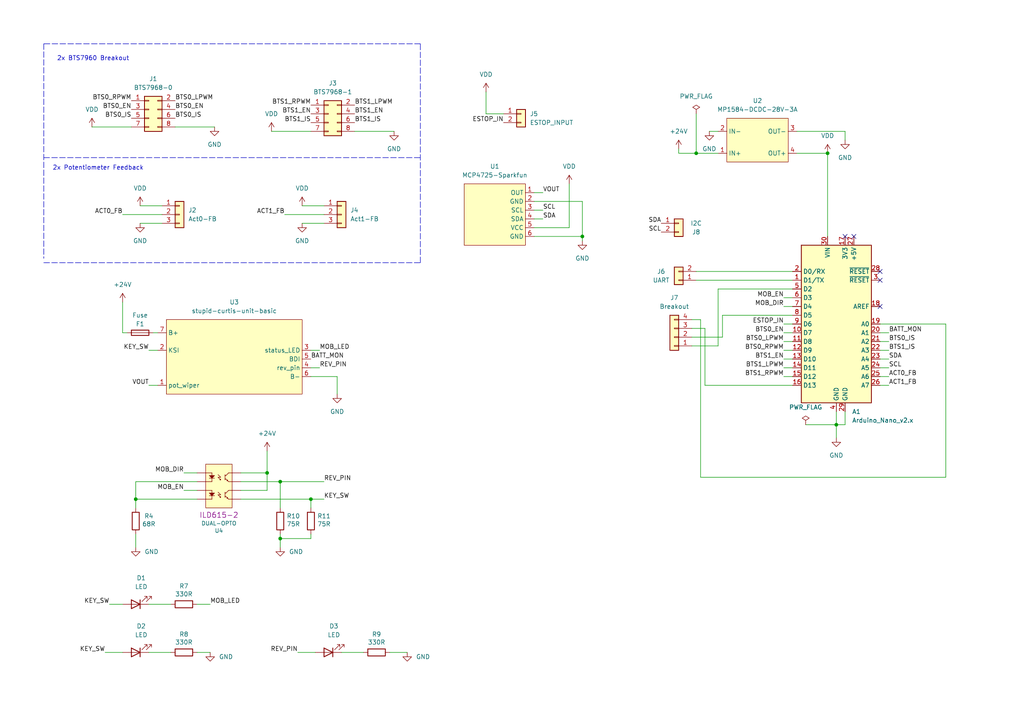
<source format=kicad_sch>
(kicad_sch (version 20211123) (generator eeschema)
  (paper "A4")
  (title_block (title "Arduino Board Version 2") (date "2022-03-04") (rev "0"))
  (lib_symbols
    (symbol "Connector_Generic:Conn_01x02" (pin_names (offset 1.016) hide)
      (property "Reference" "J" (at 0 2.54 0))
      (property "Value" "Conn_01x02" (at 0 -5.08 0))
      (symbol "Conn_01x02_1_1"
        (rectangle (start -1.27 -2.413) (end 0 -2.667) (stroke (width 0.1524)))
        (rectangle (start -1.27 0.127) (end 0 -0.127) (stroke (width 0.1524)))
        (rectangle (start -1.27 1.27) (end 1.27 -3.81) (stroke (width 0.254)) (fill (type background)))
        (pin passive line (at -5.08 0 0) (length 3.81) (name "Pin_1") (number "1"))
        (pin passive line (at -5.08 -2.54 0) (length 3.81) (name "Pin_2") (number "2"))
      )
    )
    (symbol "Connector_Generic:Conn_01x03" (pin_names (offset 1.016) hide)
      (property "Reference" "J" (at 0 5.08 0))
      (property "Value" "Conn_01x03" (at 0 -5.08 0))
      (symbol "Conn_01x03_1_1"
        (rectangle (start -1.27 -2.413) (end 0 -2.667) (stroke (width 0.1524)))
        (rectangle (start -1.27 0.127) (end 0 -0.127) (stroke (width 0.1524)))
        (rectangle (start -1.27 2.667) (end 0 2.413) (stroke (width 0.1524)))
        (rectangle (start -1.27 3.81) (end 1.27 -3.81) (stroke (width 0.254)) (fill (type background)))
        (pin passive line (at -5.08 2.54 0) (length 3.81) (name "Pin_1") (number "1"))
        (pin passive line (at -5.08 0 0) (length 3.81) (name "Pin_2") (number "2"))
        (pin passive line (at -5.08 -2.54 0) (length 3.81) (name "Pin_3") (number "3"))
      )
    )
    (symbol "Connector_Generic:Conn_01x04" (pin_names (offset 1.016) hide)
      (property "Reference" "J" (at 0 5.08 0))
      (property "Value" "Conn_01x04" (at 0 -7.62 0))
      (symbol "Conn_01x04_1_1"
        (rectangle (start -1.27 -4.953) (end 0 -5.207) (stroke (width 0.1524)))
        (rectangle (start -1.27 -2.413) (end 0 -2.667) (stroke (width 0.1524)))
        (rectangle (start -1.27 0.127) (end 0 -0.127) (stroke (width 0.1524)))
        (rectangle (start -1.27 2.667) (end 0 2.413) (stroke (width 0.1524)))
        (rectangle (start -1.27 3.81) (end 1.27 -6.35) (stroke (width 0.254)) (fill (type background)))
        (pin passive line (at -5.08 2.54 0) (length 3.81) (name "Pin_1") (number "1"))
        (pin passive line (at -5.08 0 0) (length 3.81) (name "Pin_2") (number "2"))
        (pin passive line (at -5.08 -2.54 0) (length 3.81) (name "Pin_3") (number "3"))
        (pin passive line (at -5.08 -5.08 0) (length 3.81) (name "Pin_4") (number "4"))
      )
    )
    (symbol "Connector_Generic:Conn_02x04_Odd_Even" (pin_names (offset 1.016) hide)
      (property "Reference" "J" (at 1.27 5.08 0))
      (property "Value" "Conn_02x04_Odd_Even" (at 1.27 -7.62 0))
      (symbol "Conn_02x04_Odd_Even_1_1"
        (rectangle (start -1.27 -4.953) (end 0 -5.207) (stroke (width 0.1524)))
        (rectangle (start -1.27 -2.413) (end 0 -2.667) (stroke (width 0.1524)))
        (rectangle (start -1.27 0.127) (end 0 -0.127) (stroke (width 0.1524)))
        (rectangle (start -1.27 2.667) (end 0 2.413) (stroke (width 0.1524)))
        (rectangle (start -1.27 3.81) (end 3.81 -6.35) (stroke (width 0.254)) (fill (type background)))
        (rectangle (start 3.81 -4.953) (end 2.54 -5.207) (stroke (width 0.1524)))
        (rectangle (start 3.81 -2.413) (end 2.54 -2.667) (stroke (width 0.1524)))
        (rectangle (start 3.81 0.127) (end 2.54 -0.127) (stroke (width 0.1524)))
        (rectangle (start 3.81 2.667) (end 2.54 2.413) (stroke (width 0.1524)))
        (pin passive line (at -5.08 2.54 0) (length 3.81) (name "Pin_1") (number "1"))
        (pin passive line (at 7.62 2.54 180) (length 3.81) (name "Pin_2") (number "2"))
        (pin passive line (at -5.08 0 0) (length 3.81) (name "Pin_3") (number "3"))
        (pin passive line (at 7.62 0 180) (length 3.81) (name "Pin_4") (number "4"))
        (pin passive line (at -5.08 -2.54 0) (length 3.81) (name "Pin_5") (number "5"))
        (pin passive line (at 7.62 -2.54 180) (length 3.81) (name "Pin_6") (number "6"))
        (pin passive line (at -5.08 -5.08 0) (length 3.81) (name "Pin_7") (number "7"))
        (pin passive line (at 7.62 -5.08 180) (length 3.81) (name "Pin_8") (number "8"))
      )
    )
    (symbol "Device:Fuse" (pin_numbers hide) (pin_names (offset 0))
      (property "Reference" "F" (at 2.032 0 90))
      (property "Value" "Fuse" (at -1.905 0 90))
      (symbol "Fuse_0_1"
        (rectangle (start -0.762 -2.54) (end 0.762 2.54) (stroke (width 0.254)))
        (polyline (pts (xy 0 2.54) (xy 0 -2.54)))
      )
      (symbol "Fuse_1_1"
        (pin passive line (at 0 3.81 270) (length 1.27) (name "~") (number "1"))
        (pin passive line (at 0 -3.81 90) (length 1.27) (name "~") (number "2"))
      )
    )
    (symbol "Device:LED" (pin_numbers hide) (pin_names (offset 1.016) hide)
      (property "Reference" "D" (at 0 2.54 0))
      (property "Value" "LED" (at 0 -2.54 0))
      (symbol "LED_0_1"
        (polyline (pts (xy -1.27 -1.27) (xy -1.27 1.27)) (stroke (width 0.254)))
        (polyline (pts (xy -1.27 0) (xy 1.27 0)))
        (polyline (pts (xy 1.27 -1.27) (xy 1.27 1.27) (xy -1.27 0) (xy 1.27 -1.27)) (stroke (width 0.254)))
        (polyline (pts (xy -3.048 -0.762) (xy -4.572 -2.286) (xy -3.81 -2.286) (xy -4.572 -2.286) (xy -4.572 -1.524)))
        (polyline (pts (xy -1.778 -0.762) (xy -3.302 -2.286) (xy -2.54 -2.286) (xy -3.302 -2.286) (xy -3.302 -1.524)))
      )
      (symbol "LED_1_1"
        (pin passive line (at -3.81 0 0) (length 2.54) (name "K") (number "1"))
        (pin passive line (at 3.81 0 180) (length 2.54) (name "A") (number "2"))
      )
    )
    (symbol "Device:R" (pin_numbers hide) (pin_names (offset 0))
      (property "Reference" "R" (at 2.032 0 90))
      (property "Value" "R" (at 0 0 90))
      (symbol "R_0_1"
        (rectangle (start -1.016 -2.54) (end 1.016 2.54) (stroke (width 0.254)))
      )
      (symbol "R_1_1"
        (pin passive line (at 0 3.81 270) (length 1.27) (name "~") (number "1"))
        (pin passive line (at 0 -3.81 90) (length 1.27) (name "~") (number "2"))
      )
    )
    (symbol "SparkFun-DiscreteSemi:DUAL-OPTOISOLATOR_SOIC8" (pin_numbers hide) (pin_names (offset 1.016) hide)
      (property "Reference" "U" (at -5.08 8.89 0))
      (property "Value" "SparkFun-DiscreteSemi_DUAL-OPTOISOLATOR_SOIC8" (at -5.08 -7.62 0))
      (property "Field4" "IC-09076" (at 0 12.7 0))
      (symbol "DUAL-OPTOISOLATOR_SOIC8_1_0"
        (polyline (pts (xy -5.08 0) (xy -3.302 0)))
        (polyline (pts (xy -5.08 5.08) (xy -3.302 5.08)))
        (polyline (pts (xy -3.302 -2.54) (xy -5.08 -2.54)))
        (polyline (pts (xy -3.302 -1.524) (xy -4.064 -1.524)))
        (polyline (pts (xy -3.302 -1.524) (xy -3.302 -2.54)))
        (polyline (pts (xy -3.302 0) (xy -3.302 -0.762)))
        (polyline (pts (xy -3.302 2.54) (xy -5.08 2.54)))
        (polyline (pts (xy -3.302 3.556) (xy -4.064 3.556)))
        (polyline (pts (xy -3.302 3.556) (xy -3.302 2.54)))
        (polyline (pts (xy -3.302 5.08) (xy -3.302 4.318)))
        (polyline (pts (xy -2.54 -1.524) (xy -3.302 -1.524)))
        (polyline (pts (xy -2.54 3.556) (xy -3.302 3.556)))
        (polyline (pts (xy -1.524 -1.27) (xy -0.762 -2.032)))
        (polyline (pts (xy -1.524 -0.508) (xy -0.762 -1.27)))
        (polyline (pts (xy -1.524 3.81) (xy -0.762 3.048)))
        (polyline (pts (xy -1.524 4.572) (xy -0.762 3.81)))
        (polyline (pts (xy -0.762 -1.27) (xy -1.524 -1.27)))
        (polyline (pts (xy -0.762 3.81) (xy -1.524 3.81)))
        (polyline (pts (xy 0.508 -1.778) (xy 0.508 -2.032)))
        (polyline (pts (xy 0.508 -1.778) (xy 0.762 -1.778)))
        (polyline (pts (xy 0.508 -0.762) (xy 0.508 -1.778)))
        (polyline (pts (xy 0.508 -0.762) (xy 0.762 -0.762)))
        (polyline (pts (xy 0.508 -0.508) (xy 0.508 -0.762)))
        (polyline (pts (xy 0.508 3.302) (xy 0.508 3.048)))
        (polyline (pts (xy 0.508 3.302) (xy 0.762 3.302)))
        (polyline (pts (xy 0.508 4.318) (xy 0.508 3.302)))
        (polyline (pts (xy 0.508 4.318) (xy 0.762 4.318)))
        (polyline (pts (xy 0.508 4.572) (xy 0.508 4.318)))
        (polyline (pts (xy 0.762 -1.778) (xy 1.27 -2.286)))
        (polyline (pts (xy 0.762 -0.762) (xy 1.524 0)))
        (polyline (pts (xy 0.762 3.302) (xy 1.27 2.794)))
        (polyline (pts (xy 0.762 4.318) (xy 1.524 5.08)))
        (polyline (pts (xy 1.27 -2.286) (xy 1.524 -2.54)))
        (polyline (pts (xy 1.27 2.794) (xy 1.524 2.54)))
        (polyline (pts (xy 1.524 -2.54) (xy 2.54 -2.54)))
        (polyline (pts (xy 1.524 0) (xy 2.54 0)))
        (polyline (pts (xy 1.524 2.54) (xy 2.54 2.54)))
        (polyline (pts (xy 1.524 5.08) (xy 2.54 5.08)))
      )
      (symbol "DUAL-OPTOISOLATOR_SOIC8_1_1"
        (polyline (pts (xy -0.762 -2.032) (xy -0.762 -1.778) (xy -1.016 -2.032) (xy -0.762 -2.032)) (fill (type background)))
        (polyline (pts (xy -0.762 3.048) (xy -0.762 3.302) (xy -1.016 3.048) (xy -0.762 3.048)) (fill (type background)))
        (polyline (pts (xy 1.27 -2.286) (xy 1.27 -2.032) (xy 1.016 -2.286) (xy 1.27 -2.286)) (fill (type background)))
        (polyline (pts (xy 1.27 2.794) (xy 1.27 3.048) (xy 1.016 2.794) (xy 1.27 2.794)) (fill (type background)))
        (polyline (pts (xy -4.064 -0.762) (xy -2.54 -0.762) (xy -2.54 -0.762) (xy -3.302 -1.524) (xy -3.302 -1.524) (xy -4.064 -0.762)) (fill (type outline)))
        (polyline (pts (xy -4.064 4.318) (xy -2.54 4.318) (xy -2.54 4.318) (xy -3.302 3.556) (xy -3.302 3.556) (xy -4.064 4.318)) (fill (type outline)))
        (polyline (pts (xy -5.08 7.62) (xy 2.54 7.62) (xy 2.54 5.08) (xy 2.54 2.54) (xy 2.54 0) (xy 2.54 -2.54) (xy 2.54 -5.08) (xy -5.08 -5.08) (xy -5.08 -2.54) (xy -5.08 0) (xy -5.08 2.54) (xy -5.08 5.08) (xy -5.08 7.62)) (fill (type background)))
        (pin bidirectional line (at -7.62 5.08 0) (length 2.54) (name "A1") (number "1"))
        (pin bidirectional line (at -7.62 2.54 0) (length 2.54) (name "C1") (number "2"))
        (pin bidirectional line (at -7.62 0 0) (length 2.54) (name "A2") (number "3"))
        (pin bidirectional line (at -7.62 -2.54 0) (length 2.54) (name "C2") (number "4"))
        (pin bidirectional line (at 5.08 -2.54 180) (length 2.54) (name "EM2") (number "5"))
        (pin bidirectional line (at 5.08 0 180) (length 2.54) (name "CL2") (number "6"))
        (pin bidirectional line (at 5.08 2.54 180) (length 2.54) (name "EM1") (number "7"))
        (pin bidirectional line (at 5.08 5.08 180) (length 2.54) (name "CL1") (number "8"))
      )
    )
    (symbol "power:+24V" (power) (pin_names (offset 0))
      (property "Value" "+24V" (at 0 3.556 0))
      (symbol "+24V_0_1"
        (polyline (pts (xy -0.762 1.27) (xy 0 2.54)))
        (polyline (pts (xy 0 0) (xy 0 2.54)))
        (polyline (pts (xy 0 2.54) (xy 0.762 1.27)))
      )
      (symbol "+24V_1_1"
        (pin power_in line (at 0 0 90) (length 0) hide (name "+24V") (number "1"))
      )
    )
    (symbol "power:GND" (power) (pin_names (offset 0))
      (property "Value" "GND" (at 0 -3.81 0))
      (symbol "GND_0_1"
        (polyline (pts (xy 0 0) (xy 0 -1.27) (xy 1.27 -1.27) (xy 0 -2.54) (xy -1.27 -1.27) (xy 0 -1.27)))
      )
      (symbol "GND_1_1"
        (pin power_in line (at 0 0 270) (length 0) hide (name "GND") (number "1"))
      )
    )
    (symbol "power:PWR_FLAG" (power) (pin_numbers hide) (pin_names (offset 0) hide)
      (property "Value" "PWR_FLAG" (at 0 3.81 0))
      (symbol "PWR_FLAG_0_0"
        (pin power_out line (at 0 0 90) (length 0) (name "pwr") (number "1"))
      )
      (symbol "PWR_FLAG_0_1"
        (polyline (pts (xy 0 0) (xy 0 1.27) (xy -1.016 1.905) (xy 0 2.54) (xy 1.016 1.905) (xy 0 1.27)))
      )
    )
    (symbol "power:VDD" (power) (pin_names (offset 0))
      (property "Value" "VDD" (at 0 3.81 0))
      (symbol "VDD_0_1"
        (polyline (pts (xy -0.762 1.27) (xy 0 2.54)))
        (polyline (pts (xy 0 0) (xy 0 2.54)))
        (polyline (pts (xy 0 2.54) (xy 0.762 1.27)))
      )
      (symbol "VDD_1_1"
        (pin power_in line (at 0 0 90) (length 0) hide (name "VDD") (number "1"))
      )
    )
    (symbol "stupid-electronics-components-library:Arduino_Nano_v2.x"
      (property "Reference" "A" (at -10.16 23.495 0))
      (property "Value" "Arduino_Nano_v2.x" (at 5.08 -24.13 0))
      (symbol "Arduino_Nano_v2.x_0_1"
        (rectangle (start -10.16 22.86) (end 10.16 -22.86) (stroke (width 0.254)) (fill (type background)))
      )
      (symbol "Arduino_Nano_v2.x_1_1"
        (pin bidirectional line (at -12.7 12.7 0) (length 2.54) (name "D1/TX") (number "1"))
        (pin bidirectional line (at -12.7 -2.54 0) (length 2.54) (name "D7") (number "10"))
        (pin bidirectional line (at -12.7 -5.08 0) (length 2.54) (name "D8") (number "11"))
        (pin bidirectional line (at -12.7 -7.62 0) (length 2.54) (name "D9") (number "12"))
        (pin bidirectional line (at -12.7 -10.16 0) (length 2.54) (name "D10") (number "13"))
        (pin bidirectional line (at -12.7 -12.7 0) (length 2.54) (name "D11") (number "14"))
        (pin bidirectional line (at -12.7 -15.24 0) (length 2.54) (name "D12") (number "15"))
        (pin bidirectional line (at -12.7 -17.78 0) (length 2.54) (name "D13") (number "16"))
        (pin power_out line (at 2.54 25.4 270) (length 2.54) (name "3V3") (number "17"))
        (pin input line (at 12.7 5.08 180) (length 2.54) (name "AREF") (number "18"))
        (pin bidirectional line (at 12.7 0 180) (length 2.54) (name "A0") (number "19"))
        (pin bidirectional line (at -12.7 15.24 0) (length 2.54) (name "D0/RX") (number "2"))
        (pin bidirectional line (at 12.7 -2.54 180) (length 2.54) (name "A1") (number "20"))
        (pin bidirectional line (at 12.7 -5.08 180) (length 2.54) (name "A2") (number "21"))
        (pin bidirectional line (at 12.7 -7.62 180) (length 2.54) (name "A3") (number "22"))
        (pin bidirectional line (at 12.7 -10.16 180) (length 2.54) (name "A4") (number "23"))
        (pin bidirectional line (at 12.7 -12.7 180) (length 2.54) (name "A5") (number "24"))
        (pin bidirectional line (at 12.7 -15.24 180) (length 2.54) (name "A6") (number "25"))
        (pin bidirectional line (at 12.7 -17.78 180) (length 2.54) (name "A7") (number "26"))
        (pin power_out line (at 5.08 25.4 270) (length 2.54) (name "+5V") (number "27"))
        (pin input line (at 12.7 15.24 180) (length 2.54) (name "~{RESET}") (number "28"))
        (pin power_in line (at 2.54 -25.4 90) (length 2.54) (name "GND") (number "29"))
        (pin input line (at 12.7 12.7 180) (length 2.54) (name "~{RESET}") (number "3"))
        (pin power_in line (at -2.54 25.4 270) (length 2.54) (name "VIN") (number "30"))
        (pin power_in line (at 0 -25.4 90) (length 2.54) (name "GND") (number "4"))
        (pin bidirectional line (at -12.7 10.16 0) (length 2.54) (name "D2") (number "5"))
        (pin bidirectional line (at -12.7 7.62 0) (length 2.54) (name "D3") (number "6"))
        (pin bidirectional line (at -12.7 5.08 0) (length 2.54) (name "D4") (number "7"))
        (pin bidirectional line (at -12.7 2.54 0) (length 2.54) (name "D5") (number "8"))
        (pin bidirectional line (at -12.7 0 0) (length 2.54) (name "D6") (number "9"))
      )
    )
    (symbol "stupid-electronics-components-library:MCP4725-Sparkfun"
      (property "Reference" "U" (at -10.16 5.08 0))
      (property "Value" "MCP4725-Sparkfun" (at -10.16 2.54 0))
      (symbol "MCP4725-Sparkfun_0_1"
        (rectangle (start -2.54 0) (end -20.32 -17.78) (fill (type background)))
      )
      (symbol "MCP4725-Sparkfun_1_1"
        (pin output line (at 0 -2.54 180) (length 2.54) (name "OUT") (number "1"))
        (pin power_in line (at 0 -5.08 180) (length 2.54) (name "GND") (number "2"))
        (pin input line (at 0 -7.62 180) (length 2.54) (name "SCL") (number "3"))
        (pin input line (at 0 -10.16 180) (length 2.54) (name "SDA") (number "4"))
        (pin power_in line (at 0 -12.7 180) (length 2.54) (name "VCC") (number "5"))
        (pin power_in line (at 0 -15.24 180) (length 2.54) (name "GND") (number "6"))
      )
    )
    (symbol "stupid-electronics-components-library:MP1584-DCDC-28V-3A"
      (property "Reference" "U" (at 0 7.62 0))
      (property "Value" "MP1584-DCDC-28V-3A" (at 0 -8.89 0))
      (symbol "MP1584-DCDC-28V-3A_0_1"
        (rectangle (start -8.89 6.35) (end 8.89 -6.35) (fill (type background)))
      )
      (symbol "MP1584-DCDC-28V-3A_1_1"
        (pin power_in line (at -11.43 -3.81 0) (length 2.54) (name "IN+") (number "1"))
        (pin power_in line (at -11.43 2.54 0) (length 2.54) (name "IN-") (number "2"))
        (pin power_in line (at 11.43 2.54 180) (length 2.54) (name "OUT-") (number "3"))
        (pin power_out line (at 11.43 -3.81 180) (length 2.54) (name "OUT+") (number "4"))
      )
    )
    (symbol "stupid-electronics-components-library:stupid-curtis-unit-basic"
      (property "Reference" "U" (at -13.97 15.24 0))
      (property "Value" "stupid-curtis-unit-basic" (at 0 11.43 0))
      (symbol "stupid-curtis-unit-basic_0_1"
        (rectangle (start -19.05 12.7) (end 20.32 -8.89) (fill (type background)))
      )
      (symbol "stupid-curtis-unit-basic_1_1"
        (pin input line (at -21.59 -6.35 0) (length 2.54) (name "pot_wiper") (number "1"))
        (pin input line (at -21.59 3.81 0) (length 2.54) (name "KSI") (number "2"))
        (pin open_collector line (at 22.86 3.81 180) (length 2.54) (name "status_LED") (number "3"))
        (pin input line (at 22.86 -1.27 180) (length 2.54) (name "rev_pin") (number "4"))
        (pin output line (at 22.86 1.27 180) (length 2.54) (name "BDI") (number "5"))
        (pin power_in line (at 22.86 -3.81 180) (length 2.54) (name "B-") (number "6"))
        (pin power_out line (at -21.59 8.89 0) (length 2.54) (name "B+") (number "7"))
      )
    )
  )
  (junction (at 81.28 139.7))
  (junction (at 77.47 137.16))
  (junction (at 201.93 44.45))
  (junction (at 39.37 144.78))
  (junction (at 90.17 144.78))
  (junction (at 240.03 44.45))
  (junction (at 81.28 156.21))
  (junction (at 242.57 123.19))
  (junction (at 168.91 68.58))
  (no_connect (at 247.65 68.58))
  (no_connect (at 245.11 68.58))
  (no_connect (at 255.27 88.9))
  (no_connect (at 255.27 81.28))
  (no_connect (at 255.27 78.74))
  (wire (pts (xy 209.55 91.44) (xy 209.55 97.79)))
  (wire (pts (xy 57.15 175.26) (xy 60.96 175.26)))
  (wire (pts (xy 87.63 64.77) (xy 93.98 64.77)))
  (wire (pts (xy 90.17 156.21) (xy 81.28 156.21)))
  (wire (pts (xy 57.15 189.23) (xy 60.96 189.23)))
  (wire (pts (xy 205.74 38.1) (xy 208.28 38.1)))
  (wire (pts (xy 255.27 99.06) (xy 257.81 99.06)))
  (wire (pts (xy 229.87 83.82) (xy 208.28 83.82)))
  (wire (pts (xy 57.15 142.24) (xy 53.34 142.24)))
  (wire (pts (xy 53.34 137.16) (xy 57.15 137.16)))
  (wire (pts (xy 168.91 58.42) (xy 168.91 68.58)))
  (wire (pts (xy 201.93 78.74) (xy 229.87 78.74)))
  (wire (pts (xy 45.72 96.52) (xy 44.45 96.52)))
  (wire (pts (xy 201.93 81.28) (xy 229.87 81.28)))
  (wire (pts (xy 200.66 97.79) (xy 209.55 97.79)))
  (wire (pts (xy 196.85 44.45) (xy 196.85 43.18)))
  (polyline (pts (xy 12.7 45.72) (xy 121.92 45.72)))
  (wire (pts (xy 81.28 139.7) (xy 69.85 139.7)))
  (wire (pts (xy 87.63 59.69) (xy 93.98 59.69)))
  (wire (pts (xy 208.28 44.45) (xy 201.93 44.45)))
  (wire (pts (xy 77.47 142.24) (xy 77.47 137.16)))
  (wire (pts (xy 209.55 91.44) (xy 229.87 91.44)))
  (wire (pts (xy 274.32 93.98) (xy 274.32 138.43)))
  (wire (pts (xy 30.48 189.23) (xy 35.56 189.23)))
  (wire (pts (xy 200.66 92.71) (xy 203.2 92.71)))
  (wire (pts (xy 204.47 95.25) (xy 200.66 95.25)))
  (wire (pts (xy 92.71 106.68) (xy 90.17 106.68)))
  (wire (pts (xy 39.37 154.94) (xy 39.37 158.75)))
  (wire (pts (xy 35.56 87.63) (xy 35.56 96.52)))
  (wire (pts (xy 204.47 111.76) (xy 229.87 111.76)))
  (wire (pts (xy 257.81 111.76) (xy 255.27 111.76)))
  (wire (pts (xy 26.67 36.83) (xy 38.1 36.83)))
  (wire (pts (xy 227.33 101.6) (xy 229.87 101.6)))
  (wire (pts (xy 90.17 154.94) (xy 90.17 156.21)))
  (wire (pts (xy 113.03 189.23) (xy 118.11 189.23)))
  (wire (pts (xy 81.28 139.7) (xy 81.28 147.32)))
  (wire (pts (xy 90.17 144.78) (xy 90.17 147.32)))
  (wire (pts (xy 40.64 59.69) (xy 46.99 59.69)))
  (wire (pts (xy 154.94 58.42) (xy 168.91 58.42)))
  (wire (pts (xy 50.8 36.83) (xy 62.23 36.83)))
  (wire (pts (xy 245.11 119.38) (xy 245.11 123.19)))
  (wire (pts (xy 43.18 189.23) (xy 49.53 189.23)))
  (wire (pts (xy 200.66 100.33) (xy 208.28 100.33)))
  (wire (pts (xy 90.17 144.78) (xy 69.85 144.78)))
  (wire (pts (xy 274.32 138.43) (xy 203.2 138.43)))
  (wire (pts (xy 227.33 96.52) (xy 229.87 96.52)))
  (wire (pts (xy 146.05 33.02) (xy 140.97 33.02)))
  (wire (pts (xy 255.27 93.98) (xy 274.32 93.98)))
  (wire (pts (xy 154.94 66.04) (xy 165.1 66.04)))
  (wire (pts (xy 78.74 38.1) (xy 90.17 38.1)))
  (wire (pts (xy 227.33 109.22) (xy 229.87 109.22)))
  (wire (pts (xy 240.03 68.58) (xy 240.03 44.45)))
  (wire (pts (xy 35.56 62.23) (xy 46.99 62.23)))
  (wire (pts (xy 165.1 53.34) (xy 165.1 66.04)))
  (wire (pts (xy 81.28 154.94) (xy 81.28 156.21)))
  (wire (pts (xy 255.27 104.14) (xy 257.81 104.14)))
  (wire (pts (xy 86.36 189.23) (xy 91.44 189.23)))
  (wire (pts (xy 255.27 109.22) (xy 257.81 109.22)))
  (wire (pts (xy 69.85 137.16) (xy 77.47 137.16)))
  (wire (pts (xy 231.14 44.45) (xy 240.03 44.45)))
  (wire (pts (xy 208.28 83.82) (xy 208.28 100.33)))
  (wire (pts (xy 257.81 96.52) (xy 255.27 96.52)))
  (wire (pts (xy 231.14 38.1) (xy 245.11 38.1)))
  (wire (pts (xy 157.48 63.5) (xy 154.94 63.5)))
  (wire (pts (xy 245.11 123.19) (xy 242.57 123.19)))
  (wire (pts (xy 201.93 33.02) (xy 201.93 44.45)))
  (wire (pts (xy 201.93 44.45) (xy 196.85 44.45)))
  (polyline (pts (xy 12.7 76.2) (xy 121.92 76.2)))
  (wire (pts (xy 39.37 144.78) (xy 39.37 139.7)))
  (wire (pts (xy 242.57 123.19) (xy 242.57 127)))
  (wire (pts (xy 157.48 60.96) (xy 154.94 60.96)))
  (wire (pts (xy 43.18 175.26) (xy 49.53 175.26)))
  (wire (pts (xy 105.41 189.23) (xy 99.06 189.23)))
  (polyline (pts (xy 12.7 12.7) (xy 12.7 74.93)))
  (wire (pts (xy 245.11 38.1) (xy 245.11 40.64)))
  (polyline (pts (xy 121.92 12.7) (xy 12.7 12.7)))
  (wire (pts (xy 39.37 144.78) (xy 39.37 147.32)))
  (wire (pts (xy 57.15 144.78) (xy 39.37 144.78)))
  (wire (pts (xy 257.81 106.68) (xy 255.27 106.68)))
  (wire (pts (xy 69.85 142.24) (xy 77.47 142.24)))
  (wire (pts (xy 43.18 111.76) (xy 45.72 111.76)))
  (polyline (pts (xy 121.92 76.2) (xy 121.92 12.7)))
  (wire (pts (xy 35.56 96.52) (xy 36.83 96.52)))
  (wire (pts (xy 233.68 123.19) (xy 242.57 123.19)))
  (wire (pts (xy 157.48 55.88) (xy 154.94 55.88)))
  (wire (pts (xy 40.64 64.77) (xy 46.99 64.77)))
  (wire (pts (xy 168.91 68.58) (xy 168.91 69.85)))
  (wire (pts (xy 81.28 156.21) (xy 81.28 158.75)))
  (wire (pts (xy 203.2 138.43) (xy 203.2 92.71)))
  (wire (pts (xy 204.47 111.76) (xy 204.47 95.25)))
  (wire (pts (xy 92.71 101.6) (xy 90.17 101.6)))
  (wire (pts (xy 102.87 38.1) (xy 114.3 38.1)))
  (wire (pts (xy 90.17 109.22) (xy 97.79 109.22)))
  (wire (pts (xy 227.33 93.98) (xy 229.87 93.98)))
  (wire (pts (xy 227.33 88.9) (xy 229.87 88.9)))
  (wire (pts (xy 82.55 62.23) (xy 93.98 62.23)))
  (wire (pts (xy 31.75 175.26) (xy 35.56 175.26)))
  (wire (pts (xy 93.98 144.78) (xy 90.17 144.78)))
  (wire (pts (xy 43.18 101.6) (xy 45.72 101.6)))
  (wire (pts (xy 57.15 139.7) (xy 39.37 139.7)))
  (wire (pts (xy 97.79 114.3) (xy 97.79 109.22)))
  (wire (pts (xy 93.98 139.7) (xy 81.28 139.7)))
  (wire (pts (xy 255.27 101.6) (xy 257.81 101.6)))
  (wire (pts (xy 227.33 99.06) (xy 229.87 99.06)))
  (wire (pts (xy 227.33 86.36) (xy 229.87 86.36)))
  (wire (pts (xy 77.47 130.81) (xy 77.47 137.16)))
  (wire (pts (xy 242.57 119.38) (xy 242.57 123.19)))
  (wire (pts (xy 227.33 104.14) (xy 229.87 104.14)))
  (wire (pts (xy 154.94 68.58) (xy 168.91 68.58)))
  (wire (pts (xy 140.97 26.67) (xy 140.97 33.02)))
  (wire (pts (xy 227.33 106.68) (xy 229.87 106.68)))
  (text "2x BTS7960 Breakout" (at 16.51 17.78 0) (effects (font (size 1.27 1.27)) (justify left bottom)))
  (text "2x Potentiometer Feedback\n" (at 15.24 49.53 0) (effects (font (size 1.27 1.27)) (justify left bottom)))
  (label "BTS1_LPWM" (at 227.33 106.68 180))
  (label "BTS1_RPWM" (at 90.17 30.48 180))
  (label "ACT1_FB" (at 82.55 62.23 180))
  (label "BATT_MON" (at 257.81 96.52 0))
  (label "MOB_EN" (at 53.34 142.24 180))
  (label "SDA" (at 257.81 104.14 0))
  (label "BTS0_LPWM" (at 50.8 29.21 0))
  (label "ESTOP_IN" (at 146.05 35.56 180))
  (label "SDA" (at 191.77 64.77 180) (effects (font (size 1.2446 1.2446))))
  (label "SCL" (at 157.48 60.96 0) (effects (font (size 1.2446 1.2446))))
  (label "MOB_DIR" (at 227.33 88.9 180))
  (label "MOB_LED" (at 92.71 101.6 0))
  (label "BTS0_RPWM" (at 38.1 29.21 180))
  (label "BTS0_IS" (at 38.1 34.29 180))
  (label "ESTOP_IN" (at 227.33 93.98 180))
  (label "BTS1_RPWM" (at 227.33 109.22 180))
  (label "MOB_LED" (at 60.96 175.26 0))
  (label "BTS1_EN" (at 102.87 33.02 0))
  (label "SCL" (at 257.81 106.68 0))
  (label "BTS0_RPWM" (at 227.33 101.6 180))
  (label "BTS1_LPWM" (at 102.87 30.48 0))
  (label "BTS0_LPWM" (at 227.33 99.06 180))
  (label "MOB_EN" (at 227.33 86.36 180))
  (label "MOB_DIR" (at 53.34 137.16 180))
  (label "ACT0_FB" (at 35.56 62.23 180))
  (label "BTS0_EN" (at 227.33 96.52 180))
  (label "REV_PIN" (at 86.36 189.23 180))
  (label "BTS1_EN" (at 90.17 33.02 180))
  (label "KEY_SW" (at 30.48 189.23 180))
  (label "BTS0_EN" (at 50.8 31.75 0))
  (label "BATT_MON" (at 90.17 104.14 0))
  (label "REV_PIN" (at 93.98 139.7 0))
  (label "BTS1_IS" (at 102.87 35.56 0))
  (label "KEY_SW" (at 43.18 101.6 180))
  (label "SDA" (at 157.48 63.5 0) (effects (font (size 1.2446 1.2446))))
  (label "VOUT" (at 157.48 55.88 0) (effects (font (size 1.2446 1.2446))))
  (label "BTS0_IS" (at 257.81 99.06 0))
  (label "BTS0_EN" (at 38.1 31.75 180))
  (label "BTS0_IS" (at 50.8 34.29 0))
  (label "KEY_SW" (at 93.98 144.78 0))
  (label "BTS1_EN" (at 227.33 104.14 180))
  (label "ACT0_FB" (at 257.81 109.22 0))
  (label "KEY_SW" (at 31.75 175.26 180))
  (label "SCL" (at 191.77 67.31 180) (effects (font (size 1.2446 1.2446))))
  (label "BTS1_IS" (at 90.17 35.56 180))
  (label "BTS1_IS" (at 257.81 101.6 0))
  (label "VOUT" (at 43.18 111.76 180) (effects (font (size 1.2446 1.2446))))
  (label "REV_PIN" (at 92.71 106.68 0))
  (label "ACT1_FB" (at 257.81 111.76 0))
  (symbol (lib_id "Device:LED") (at 39.37 175.26 180) (unit 1)
    (property "Reference" "D1" (at 40.9575 167.64 0))
    (property "Value" "LED" (at 40.9575 170.18 0))
    (property "Footprint" "LED_THT:LED_D5.0mm" (effects hide))
  )
  (symbol (lib_id "power:GND") (at 114.3 38.1 0) (unit 1)
    (property "Reference" "#PWR08" (effects hide))
    (property "Value" "GND" (at 114.3 43.18 0))
  )
  (symbol (lib_id "stupid-electronics-components-library:stupid-curtis-unit-basic") (at 67.31 105.41 0) (unit 1)
    (property "Reference" "U3" (at 67.945 87.63 0))
    (property "Value" "stupid-curtis-unit-basic" (at 67.945 90.17 0))
    (property "Footprint" "TerminalBlock_4Ucon:TerminalBlock_4Ucon_1x07_P3.50mm_Horizontal" (effects hide))
  )
  (symbol (lib_id "Connector_Generic:Conn_01x02") (at 151.13 33.02 0) (unit 1)
    (property "Reference" "J5" (at 153.67 33.0199 0) (effects (justify left)))
    (property "Value" "ESTOP_INPUT" (at 153.67 35.5599 0) (effects (justify left)))
    (property "Footprint" "TerminalBlock_4Ucon:TerminalBlock_4Ucon_1x02_P3.50mm_Horizontal" (effects hide))
  )
  (symbol (lib_id "Connector_Generic:Conn_01x03") (at 52.07 62.23 0) (unit 1)
    (property "Reference" "J2" (at 54.61 60.9599 0) (effects (justify left)))
    (property "Value" "Act0-FB" (at 54.61 63.4999 0) (effects (justify left)))
    (property "Footprint" "TerminalBlock_4Ucon:TerminalBlock_4Ucon_1x03_P3.50mm_Horizontal" (effects hide))
  )
  (symbol (lib_id "Device:LED") (at 95.25 189.23 180) (unit 1)
    (property "Reference" "D3" (at 96.8375 181.61 0))
    (property "Value" "LED" (at 96.8375 184.15 0))
    (property "Footprint" "LED_THT:LED_D5.0mm" (effects hide))
  )
  (symbol (lib_id "stupid-electronics-components-library:MP1584-DCDC-28V-3A") (at 219.71 40.64 0) (unit 1)
    (property "Reference" "U2" (at 219.71 29.21 0))
    (property "Value" "MP1584-DCDC-28V-3A" (at 219.71 31.75 0))
    (property "Footprint" "stuipid-electronics-components:MP1584" (effects hide))
    (property "Datasheet" "https://www.monolithicpower.com/en/documentview/productdocument/index/version/2/document_type/Datasheet/lang/en/sku/MP1584EN-LF-Z/document_id/204" (effects hide))
  )
  (symbol (lib_id "power:+24V") (at 35.56 87.63 0) (unit 1)
    (property "Reference" "#PWR022" (effects hide))
    (property "Value" "+24V" (at 35.56 82.55 0))
  )
  (symbol (lib_id "Device:R") (at 90.17 151.13 180) (unit 1)
    (property "Reference" "R11" (at 93.98 149.6822 0))
    (property "Value" "75R" (at 93.98 151.9936 0))
    (property "Footprint" "Resistor_THT:R_Axial_DIN0207_L6.3mm_D2.5mm_P7.62mm_Horizontal" (effects hide))
  )
  (symbol (lib_id "Device:R") (at 53.34 189.23 90) (unit 1)
    (property "Reference" "R8" (at 53.34 183.9722 90))
    (property "Value" "330R" (at 53.34 186.2836 90))
    (property "Footprint" "Resistor_THT:R_Axial_DIN0207_L6.3mm_D2.5mm_P7.62mm_Horizontal" (effects hide))
  )
  (symbol (lib_id "Device:R") (at 109.22 189.23 90) (unit 1)
    (property "Reference" "R9" (at 109.22 183.9722 90))
    (property "Value" "330R" (at 109.22 186.2836 90))
    (property "Footprint" "Resistor_THT:R_Axial_DIN0207_L6.3mm_D2.5mm_P7.62mm_Horizontal" (effects hide))
  )
  (symbol (lib_id "Device:R") (at 39.37 151.13 180) (unit 1)
    (property "Reference" "R4" (at 43.18 149.6822 0))
    (property "Value" "68R" (at 43.18 151.9936 0))
    (property "Footprint" "Resistor_THT:R_Axial_DIN0207_L6.3mm_D2.5mm_P7.62mm_Horizontal" (effects hide))
  )
  (symbol (lib_id "power:VDD") (at 87.63 59.69 0) (unit 1)
    (property "Reference" "#PWR06" (effects hide))
    (property "Value" "VDD" (at 87.63 54.61 0))
  )
  (symbol (lib_id "Connector_Generic:Conn_02x04_Odd_Even") (at 43.18 31.75 0) (unit 1)
    (property "Reference" "J1" (at 44.45 22.86 0))
    (property "Value" "BTS7968-0" (at 44.45 25.4 0))
    (property "Footprint" "Connector_IDC:IDC-Header_2x04_P2.54mm_Vertical" (effects hide))
  )
  (symbol (lib_id "power:PWR_FLAG") (at 233.68 123.19 0) (unit 1)
    (property "Reference" "#FLG02" (effects hide))
    (property "Value" "PWR_FLAG" (at 233.68 118.11 0))
  )
  (symbol (lib_id "power:VDD") (at 78.74 38.1 0) (unit 1)
    (property "Reference" "#PWR05" (effects hide))
    (property "Value" "VDD" (at 78.74 33.02 0))
  )
  (symbol (lib_id "Connector_Generic:Conn_01x02") (at 196.85 64.77 0) (unit 1)
    (property "Reference" "J8" (at 201.93 67.31 0))
    (property "Value" "I2C" (at 201.93 64.77 0))
    (property "Footprint" "Connector_PinHeader_2.54mm:PinHeader_1x02_P2.54mm_Vertical" (effects hide))
  )
  (symbol (lib_id "power:GND") (at 118.11 189.23 0) (unit 1)
    (property "Reference" "#PWR021" (effects hide))
    (property "Value" "GND" (at 120.65 190.4999 0) (effects (justify left)))
  )
  (symbol (lib_id "power:GND") (at 87.63 64.77 0) (unit 1)
    (property "Reference" "#PWR07" (effects hide))
    (property "Value" "GND" (at 87.63 69.85 0))
  )
  (symbol (lib_id "Device:R") (at 81.28 151.13 180) (unit 1)
    (property "Reference" "R10" (at 85.09 149.6822 0))
    (property "Value" "75R" (at 85.09 151.9936 0))
    (property "Footprint" "Resistor_THT:R_Axial_DIN0207_L6.3mm_D2.5mm_P7.62mm_Horizontal" (effects hide))
  )
  (symbol (lib_id "power:GND") (at 168.91 69.85 0) (unit 1)
    (property "Reference" "#PWR020" (effects hide))
    (property "Value" "GND" (at 168.91 74.93 0))
  )
  (symbol (lib_id "power:GND") (at 60.96 189.23 0) (unit 1)
    (property "Reference" "#PWR018" (effects hide))
    (property "Value" "GND" (at 63.5 190.4999 0) (effects (justify left)))
  )
  (symbol (lib_id "power:VDD") (at 26.67 36.83 0) (unit 1)
    (property "Reference" "#PWR01" (effects hide))
    (property "Value" "VDD" (at 26.67 31.75 0))
  )
  (symbol (lib_id "Connector_Generic:Conn_02x04_Odd_Even") (at 95.25 33.02 0) (unit 1)
    (property "Reference" "J3" (at 96.52 24.13 0))
    (property "Value" "BTS7968-1" (at 96.52 26.67 0))
    (property "Footprint" "Connector_IDC:IDC-Header_2x04_P2.54mm_Vertical" (effects hide))
  )
  (symbol (lib_id "Connector_Generic:Conn_01x02") (at 196.85 81.28 180) (unit 1)
    (property "Reference" "J6" (at 191.77 78.74 0))
    (property "Value" "UART" (at 191.77 81.28 0))
    (property "Footprint" "Connector_PinHeader_2.54mm:PinHeader_1x02_P2.54mm_Vertical" (effects hide))
  )
  (symbol (lib_id "Connector_Generic:Conn_01x03") (at 99.06 62.23 0) (unit 1)
    (property "Reference" "J4" (at 101.6 60.9599 0) (effects (justify left)))
    (property "Value" "Act1-FB" (at 101.6 63.4999 0) (effects (justify left)))
    (property "Footprint" "TerminalBlock_4Ucon:TerminalBlock_4Ucon_1x03_P3.50mm_Horizontal" (effects hide))
  )
  (symbol (lib_id "Device:LED") (at 39.37 189.23 180) (unit 1)
    (property "Reference" "D2" (at 40.9575 181.61 0))
    (property "Value" "LED" (at 40.9575 184.15 0))
    (property "Footprint" "LED_THT:LED_D5.0mm" (effects hide))
  )
  (symbol (lib_id "power:VDD") (at 40.64 59.69 0) (unit 1)
    (property "Reference" "#PWR02" (effects hide))
    (property "Value" "VDD" (at 40.64 54.61 0))
  )
  (symbol (lib_id "power:GND") (at 62.23 36.83 0) (unit 1)
    (property "Reference" "#PWR04" (effects hide))
    (property "Value" "GND" (at 62.23 41.91 0))
  )
  (symbol (lib_id "power:GND") (at 39.37 158.75 0) (unit 1)
    (property "Reference" "#PWR013" (effects hide))
    (property "Value" "GND" (at 41.91 160.0199 0) (effects (justify left)))
  )
  (symbol (lib_id "power:GND") (at 81.28 158.75 0) (unit 1)
    (property "Reference" "#PWR017" (effects hide))
    (property "Value" "GND" (at 83.82 160.0199 0) (effects (justify left)))
  )
  (symbol (lib_id "power:+24V") (at 196.85 43.18 0) (unit 1)
    (property "Reference" "#PWR014" (effects hide))
    (property "Value" "+24V" (at 196.85 38.1 0))
  )
  (symbol (lib_id "power:GND") (at 245.11 40.64 0) (unit 1)
    (property "Reference" "#PWR010" (effects hide))
    (property "Value" "GND" (at 245.11 45.72 0))
  )
  (symbol (lib_id "power:+24V") (at 77.47 130.81 0) (unit 1)
    (property "Reference" "#PWR0103" (effects hide))
    (property "Value" "+24V" (at 77.47 125.73 0))
  )
  (symbol (lib_id "power:VDD") (at 140.97 26.67 0) (unit 1)
    (property "Reference" "#PWR09" (effects hide))
    (property "Value" "VDD" (at 140.97 21.59 0))
  )
  (symbol (lib_id "stupid-electronics-components-library:Arduino_Nano_v2.x") (at 242.57 93.98 0) (unit 1)
    (property "Reference" "A1" (at 247.1294 119.38 0) (effects (justify left)))
    (property "Value" "Arduino_Nano_v2.x" (at 247.1294 121.92 0) (effects (justify left)))
    (property "Footprint" "Module:Arduino_Nano" (effects hide))
    (property "Datasheet" "https://www.arduino.cc/en/uploads/Main/ArduinoNanoManual23.pdf" (effects hide))
  )
  (symbol (lib_id "power:GND") (at 97.79 114.3 0) (unit 1)
    (property "Reference" "#PWR015" (effects hide))
    (property "Value" "GND" (at 97.79 119.38 0))
  )
  (symbol (lib_id "power:GND") (at 242.57 127 0) (unit 1)
    (property "Reference" "#PWR011" (effects hide))
    (property "Value" "GND" (at 242.57 132.08 0))
  )
  (symbol (lib_id "power:VDD") (at 165.1 53.34 0) (unit 1)
    (property "Reference" "#PWR019" (effects hide))
    (property "Value" "VDD" (at 165.1 48.26 0))
  )
  (symbol (lib_id "power:GND") (at 205.74 38.1 0) (unit 1)
    (property "Reference" "#PWR016" (effects hide))
    (property "Value" "GND" (at 205.74 43.18 0))
  )
  (symbol (lib_id "Device:R") (at 53.34 175.26 90) (unit 1)
    (property "Reference" "R7" (at 53.34 170.0022 90))
    (property "Value" "330R" (at 53.34 172.3136 90))
    (property "Footprint" "Resistor_THT:R_Axial_DIN0207_L6.3mm_D2.5mm_P7.62mm_Horizontal" (effects hide))
  )
  (symbol (lib_id "power:GND") (at 40.64 64.77 0) (unit 1)
    (property "Reference" "#PWR03" (effects hide))
    (property "Value" "GND" (at 40.64 69.85 0))
  )
  (symbol (lib_id "SparkFun-DiscreteSemi:DUAL-OPTOISOLATOR_SOIC8") (at 64.77 142.24 0) (unit 1)
    (property "Reference" "U4" (at 63.5 153.924 0) (effects (font (size 1.143 1.143))))
    (property "Value" "DUAL-OPTO" (at 63.5 151.7904 0) (effects (font (size 1.143 1.143))))
    (property "Footprint" "Package_DIP:DIP-8_W7.62mm" (effects hide))
    (property "Datasheet" "https://www.vishay.com/docs/83652/ild615.pdf" (effects hide))
    (property "Field4" "ILD615-2" (at 63.5 149.3774 0) (effects (font (size 1.524 1.524))))
  )
  (symbol (lib_id "stupid-electronics-components-library:MCP4725-Sparkfun") (at 154.94 53.34 0) (unit 1)
    (property "Reference" "U1" (at 143.51 48.26 0))
    (property "Value" "MCP4725-Sparkfun" (at 143.51 50.8 0))
    (property "Footprint" "stuipid-electronics-components:MPC4725-Sparkfun" (effects hide))
    (property "Datasheet" "https://www.sparkfun.com/products/12918" (effects hide))
  )
  (symbol (lib_id "power:VDD") (at 240.03 44.45 0) (unit 1)
    (property "Reference" "#PWR012" (effects hide))
    (property "Value" "VDD" (at 240.03 39.37 0))
  )
  (symbol (lib_id "power:PWR_FLAG") (at 201.93 33.02 0) (unit 1)
    (property "Reference" "#FLG01" (effects hide))
    (property "Value" "PWR_FLAG" (at 201.93 27.94 0))
  )
  (symbol (lib_id "Connector_Generic:Conn_01x04") (at 195.58 97.79 180) (unit 1)
    (property "Reference" "J7" (at 195.58 86.36 0))
    (property "Value" "Breakout" (at 195.58 88.9 0))
    (property "Footprint" "Connector_PinHeader_2.54mm:PinHeader_1x04_P2.54mm_Vertical" (effects hide))
  )
  (symbol (lib_id "Device:Fuse") (at 40.64 96.52 90) (unit 1)
    (property "Reference" "F1" (at 40.64 93.98 90))
    (property "Value" "Fuse" (at 40.64 91.44 90))
    (property "Footprint" "Fuse:Fuseholder_Cylinder-5x20mm_Schurter_0031_8201_Horizontal_Open" (effects hide))
  )
)
</source>
